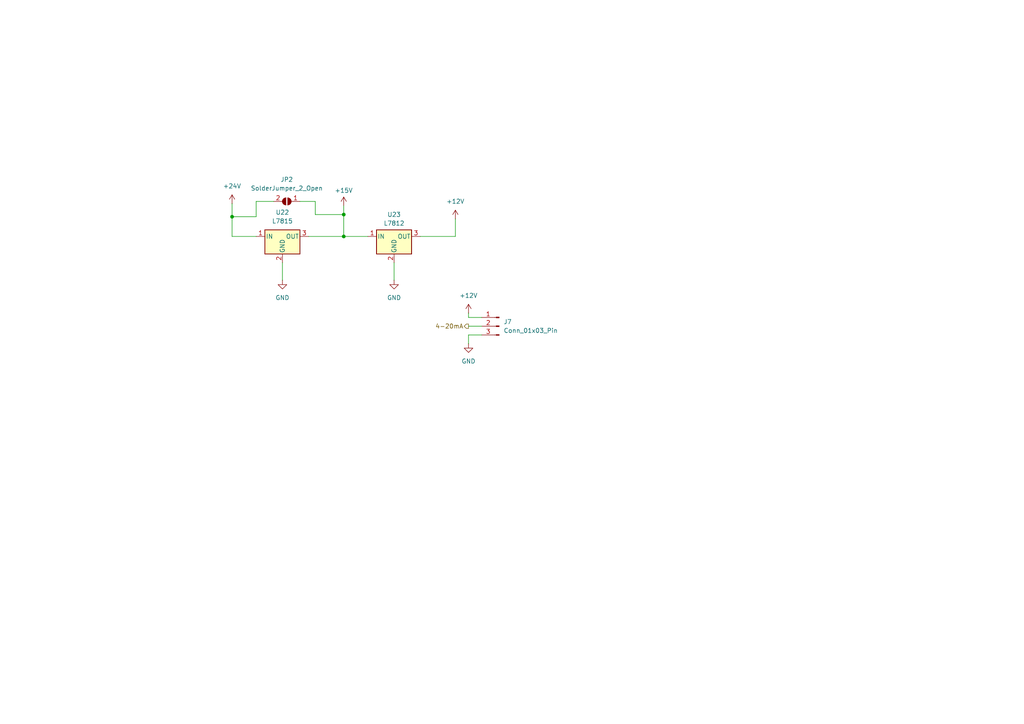
<source format=kicad_sch>
(kicad_sch (version 20231120) (generator "eeschema") (generator_version "8.0")
  (paper "A4")
  (lib_symbols
    (symbol "Connector:Conn_01x03_Pin" (pin_names (offset 1.016) hide)
      (property "Reference" "J" (at 0 5.08 0))
      (property "Value" "Conn_01x03_Pin" (at 0 -5.08 0))
      (symbol "Conn_01x03_Pin_1_1"
        (polyline (pts (xy 1.27 -2.54) (xy 0.8636 -2.54)) (stroke (width 0.1524)))
        (polyline (pts (xy 1.27 0) (xy 0.8636 0)) (stroke (width 0.1524)))
        (polyline (pts (xy 1.27 2.54) (xy 0.8636 2.54)) (stroke (width 0.1524)))
        (rectangle (start 0.8636 -2.413) (end 0 -2.667) (stroke (width 0.1524)) (fill (type outline)))
        (rectangle (start 0.8636 0.127) (end 0 -0.127) (stroke (width 0.1524)) (fill (type outline)))
        (rectangle (start 0.8636 2.667) (end 0 2.413) (stroke (width 0.1524)) (fill (type outline)))
        (pin passive line (at 5.08 2.54 180) (length 3.81) (name "Pin_1") (number "1"))
        (pin passive line (at 5.08 0 180) (length 3.81) (name "Pin_2") (number "2"))
        (pin passive line (at 5.08 -2.54 180) (length 3.81) (name "Pin_3") (number "3"))
      )
    )
    (symbol "Regulator_Linear:L7812" (pin_names (offset 0.254))
      (property "Reference" "U" (at -3.81 3.175 0))
      (property "Value" "L7812" (at 0 3.175 0))
      (symbol "L7812_0_1"
        (rectangle (start -5.08 1.905) (end 5.08 -5.08) (stroke (width 0.254)) (fill (type background)))
      )
      (symbol "L7812_1_1"
        (pin power_in line (at -7.62 0 0) (length 2.54) (name "IN") (number "1"))
        (pin power_in line (at 0 -7.62 90) (length 2.54) (name "GND") (number "2"))
        (pin power_out line (at 7.62 0 180) (length 2.54) (name "OUT") (number "3"))
      )
    )
    (symbol "Regulator_Linear:L7815" (pin_names (offset 0.254))
      (property "Reference" "U" (at -3.81 3.175 0))
      (property "Value" "L7815" (at 0 3.175 0))
      (symbol "L7815_0_1"
        (rectangle (start -5.08 1.905) (end 5.08 -5.08) (stroke (width 0.254)) (fill (type background)))
      )
      (symbol "L7815_1_1"
        (pin power_in line (at -7.62 0 0) (length 2.54) (name "IN") (number "1"))
        (pin power_in line (at 0 -7.62 90) (length 2.54) (name "GND") (number "2"))
        (pin power_out line (at 7.62 0 180) (length 2.54) (name "OUT") (number "3"))
      )
    )
    (symbol "SpiritBoi_Library:SolderJumper_2_Open" (pin_names (offset 0) hide)
      (property "Reference" "JP" (at 0 2.032 0))
      (property "Value" "SolderJumper_2_Open" (at 0 -2.54 0))
      (symbol "SolderJumper_2_Open_0_1"
        (arc (start -0.254 1.016) (mid -1.2656 0) (end -0.254 -1.016))
        (arc (start -0.254 1.016) (mid -1.2656 0) (end -0.254 -1.016) (fill (type outline)))
        (polyline (pts (xy -0.254 1.016) (xy -0.254 -1.016)))
        (polyline (pts (xy 0.254 1.016) (xy 0.254 -1.016)))
        (arc (start 0.254 -1.016) (mid 1.2656 0) (end 0.254 1.016))
        (arc (start 0.254 -1.016) (mid 1.2656 0) (end 0.254 1.016) (fill (type outline)))
      )
      (symbol "SolderJumper_2_Open_1_1"
        (pin passive line (at -3.81 0 0) (length 2.54) (name "A") (number "1"))
        (pin passive line (at 3.81 0 180) (length 2.54) (name "B") (number "2"))
      )
    )
    (symbol "power:+12V" (power) (pin_numbers hide) (pin_names (offset 0) hide)
      (property "Value" "+12V" (at 0 3.556 0))
      (symbol "+12V_0_1"
        (polyline (pts (xy -0.762 1.27) (xy 0 2.54)))
        (polyline (pts (xy 0 0) (xy 0 2.54)))
        (polyline (pts (xy 0 2.54) (xy 0.762 1.27)))
      )
      (symbol "+12V_1_1"
        (pin power_in line (at 0 0 90) (length 0) (name "~") (number "1"))
      )
    )
    (symbol "power:+15V" (power) (pin_numbers hide) (pin_names (offset 0) hide)
      (property "Value" "+15V" (at 0 3.556 0))
      (symbol "+15V_0_1"
        (polyline (pts (xy -0.762 1.27) (xy 0 2.54)))
        (polyline (pts (xy 0 0) (xy 0 2.54)))
        (polyline (pts (xy 0 2.54) (xy 0.762 1.27)))
      )
      (symbol "+15V_1_1"
        (pin power_in line (at 0 0 90) (length 0) (name "~") (number "1"))
      )
    )
    (symbol "power:+24V" (power) (pin_numbers hide) (pin_names (offset 0) hide)
      (property "Value" "+24V" (at 0 3.556 0))
      (symbol "+24V_0_1"
        (polyline (pts (xy -0.762 1.27) (xy 0 2.54)))
        (polyline (pts (xy 0 0) (xy 0 2.54)))
        (polyline (pts (xy 0 2.54) (xy 0.762 1.27)))
      )
      (symbol "+24V_1_1"
        (pin power_in line (at 0 0 90) (length 0) (name "~") (number "1"))
      )
    )
    (symbol "power:GND" (power) (pin_numbers hide) (pin_names (offset 0) hide)
      (property "Value" "GND" (at 0 -3.81 0))
      (symbol "GND_0_1"
        (polyline (pts (xy 0 0) (xy 0 -1.27) (xy 1.27 -1.27) (xy 0 -2.54) (xy -1.27 -1.27) (xy 0 -1.27)))
      )
      (symbol "GND_1_1"
        (pin power_in line (at 0 0 270) (length 0) (name "~") (number "1"))
      )
    )
  )
  (junction (at 99.695 68.58))
  (junction (at 99.695 62.23))
  (junction (at 67.31 62.865))
  (wire (pts (xy 99.695 62.23) (xy 99.695 59.69)))
  (wire (pts (xy 91.44 58.42) (xy 91.44 62.23)))
  (wire (pts (xy 114.3 76.2) (xy 114.3 81.28)))
  (wire (pts (xy 79.375 58.42) (xy 74.295 58.42)))
  (wire (pts (xy 99.695 68.58) (xy 99.695 62.23)))
  (wire (pts (xy 74.295 58.42) (xy 74.295 62.865)))
  (wire (pts (xy 67.31 68.58) (xy 74.295 68.58)))
  (wire (pts (xy 67.31 62.865) (xy 67.31 68.58)))
  (wire (pts (xy 74.295 62.865) (xy 67.31 62.865)))
  (wire (pts (xy 81.915 76.2) (xy 81.915 81.28)))
  (wire (pts (xy 132.08 68.58) (xy 132.08 63.5)))
  (wire (pts (xy 135.89 92.075) (xy 135.89 90.805)))
  (wire (pts (xy 67.31 59.055) (xy 67.31 62.865)))
  (wire (pts (xy 135.89 97.155) (xy 135.89 99.695)))
  (wire (pts (xy 139.7 92.075) (xy 135.89 92.075)))
  (wire (pts (xy 135.89 94.615) (xy 139.7 94.615)))
  (wire (pts (xy 99.695 68.58) (xy 106.68 68.58)))
  (wire (pts (xy 139.7 97.155) (xy 135.89 97.155)))
  (wire (pts (xy 121.92 68.58) (xy 132.08 68.58)))
  (wire (pts (xy 89.535 68.58) (xy 99.695 68.58)))
  (wire (pts (xy 86.995 58.42) (xy 91.44 58.42)))
  (wire (pts (xy 91.44 62.23) (xy 99.695 62.23)))
  (hierarchical_label "4-20mA" (shape output) (at 135.89 94.615 180))
  (symbol (lib_id "Connector:Conn_01x03_Pin") (at 144.78 94.615 0) (mirror y) (unit 1)
    (property "Reference" "J7" (at 146.05 93.3449 0) (effects (justify right)))
    (property "Value" "Conn_01x03_Pin" (at 146.05 95.8849 0) (effects (justify right)))
    (property "Footprint" "Connector_PinHeader_2.54mm:PinHeader_1x03_P2.54mm_Vertical" (effects (hide yes)))
    (property "Description" "Generic connector, single row, 01x03, script generated" (effects (hide yes)))
  )
  (symbol (lib_id "Regulator_Linear:L7815") (at 81.915 68.58 0) (unit 1)
    (property "Reference" "U22" (at 81.915 61.595 0))
    (property "Value" "L7815" (at 81.915 64.135 0))
    (property "Footprint" "SpiritBoi_Footprint_Library:Package-IC-Vert-SMD-TO_263-2_TabPin2" (effects (hide yes)))
    (property "Datasheet" "http://www.st.com/content/ccc/resource/technical/document/datasheet/41/4f/b3/b0/12/d4/47/88/CD00000444.pdf/files/CD00000444.pdf/jcr:content/translations/en.CD00000444.pdf" (effects (hide yes)))
    (property "Description" "Positive 1.5A 35V Linear Regulator, Fixed Output 15V, TO-220/TO-263/TO-252" (effects (hide yes)))
  )
  (symbol (lib_id "power:+12V") (at 132.08 63.5 0) (unit 1)
    (property "Reference" "#PWR078" (effects (hide yes)))
    (property "Value" "+12V" (at 132.08 58.42 0))
    (property "Description" "Power symbol creates a global label with name \"+12V\"" (effects (hide yes)))
  )
  (symbol (lib_id "SpiritBoi_Library:SolderJumper_2_Open") (at 83.185 58.42 0) (mirror y) (unit 1) (in_bom no)
    (property "Reference" "JP2" (at 83.185 52.07 0))
    (property "Value" "SolderJumper_2_Open" (at 83.185 54.61 0))
    (property "Footprint" "SpiritBoi_Footprint_Library:SolderJumper-2_P1.3mm_Open_TrianglePad1.0x1.5mm" (effects (hide yes)))
    (property "Description" "Solder Jumper, 2-pole, open" (effects (hide yes)))
  )
  (symbol (lib_id "power:GND") (at 81.915 81.28 0) (unit 1)
    (property "Reference" "#PWR075" (effects (hide yes)))
    (property "Value" "GND" (at 81.915 86.36 0))
    (property "Description" "Power symbol creates a global label with name \"GND\" , ground" (effects (hide yes)))
  )
  (symbol (lib_id "Regulator_Linear:L7812") (at 114.3 68.58 0) (unit 1)
    (property "Reference" "U23" (at 114.3 62.23 0))
    (property "Value" "L7812" (at 114.3 64.77 0))
    (property "Footprint" "SpiritBoi_Footprint_Library:Package-IC-Vert-SMD-TO_263-2_TabPin2" (effects (hide yes)))
    (property "Datasheet" "http://www.st.com/content/ccc/resource/technical/document/datasheet/41/4f/b3/b0/12/d4/47/88/CD00000444.pdf/files/CD00000444.pdf/jcr:content/translations/en.CD00000444.pdf" (effects (hide yes)))
    (property "Description" "Positive 1.5A 35V Linear Regulator, Fixed Output 12V, TO-220/TO-263/TO-252" (effects (hide yes)))
  )
  (symbol (lib_id "power:+15V") (at 99.695 59.69 0) (unit 1)
    (property "Reference" "#PWR076" (effects (hide yes)))
    (property "Value" "+15V" (at 99.695 55.245 0))
    (property "Description" "Power symbol creates a global label with name \"+15V\"" (effects (hide yes)))
  )
  (symbol (lib_id "power:GND") (at 135.89 99.695 0) (unit 1)
    (property "Reference" "#PWR080" (effects (hide yes)))
    (property "Value" "GND" (at 135.89 104.775 0))
    (property "Description" "Power symbol creates a global label with name \"GND\" , ground" (effects (hide yes)))
  )
  (symbol (lib_id "power:+12V") (at 135.89 90.805 0) (unit 1)
    (property "Reference" "#PWR082" (effects (hide yes)))
    (property "Value" "+12V" (at 135.89 85.725 0))
    (property "Description" "Power symbol creates a global label with name \"+12V\"" (effects (hide yes)))
  )
  (symbol (lib_id "power:GND") (at 114.3 81.28 0) (unit 1)
    (property "Reference" "#PWR077" (effects (hide yes)))
    (property "Value" "GND" (at 114.3 86.36 0))
    (property "Description" "Power symbol creates a global label with name \"GND\" , ground" (effects (hide yes)))
  )
  (symbol (lib_id "power:+24V") (at 67.31 59.055 0) (unit 1)
    (property "Reference" "#PWR074" (effects (hide yes)))
    (property "Value" "+24V" (at 67.31 53.975 0))
    (property "Description" "Power symbol creates a global label with name \"+24V\"" (effects (hide yes)))
  )
)
</source>
